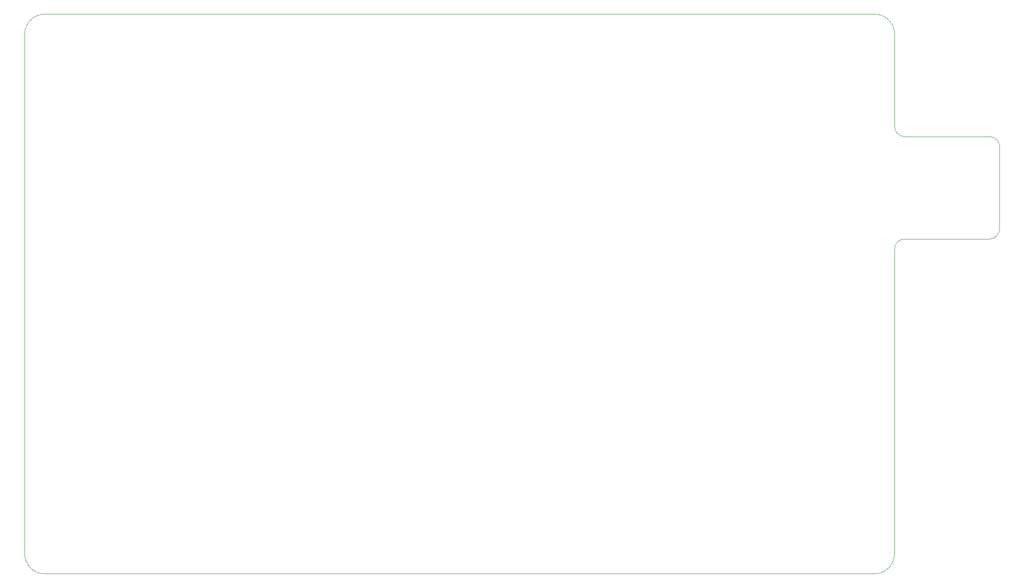
<source format=gbr>
%TF.GenerationSoftware,KiCad,Pcbnew,7.0.1*%
%TF.CreationDate,2023-05-19T12:51:24+02:00*%
%TF.ProjectId,XilinxFPGADevelopmentBoard,58696c69-6e78-4465-9047-41446576656c,rev?*%
%TF.SameCoordinates,Original*%
%TF.FileFunction,Profile,NP*%
%FSLAX46Y46*%
G04 Gerber Fmt 4.6, Leading zero omitted, Abs format (unit mm)*
G04 Created by KiCad (PCBNEW 7.0.1) date 2023-05-19 12:51:24*
%MOMM*%
%LPD*%
G01*
G04 APERTURE LIST*
%TA.AperFunction,Profile*%
%ADD10C,0.100000*%
%TD*%
G04 APERTURE END LIST*
D10*
X245000000Y-72500000D02*
X262000000Y-72500000D01*
X239000000Y-160000000D02*
G75*
G03*
X243000000Y-156000000I0J4000000D01*
G01*
X69000000Y-156000000D02*
G75*
G03*
X73000000Y-160000000I4000000J0D01*
G01*
X264000000Y-91000000D02*
X264000000Y-74500000D01*
X262000000Y-93000000D02*
G75*
G03*
X264000000Y-91000000I0J2000000D01*
G01*
X239000000Y-160000000D02*
X73000000Y-160000000D01*
X243000000Y-70500000D02*
G75*
G03*
X245000000Y-72500000I2000000J0D01*
G01*
X73000000Y-48000000D02*
G75*
G03*
X69000000Y-52000000I0J-4000000D01*
G01*
X73000000Y-48000000D02*
X239000000Y-48000000D01*
X245000000Y-93000000D02*
G75*
G03*
X243000000Y-95000000I0J-2000000D01*
G01*
X69000000Y-156000000D02*
X69000000Y-52000000D01*
X243000000Y-95000000D02*
X243000000Y-156000000D01*
X264000000Y-74500000D02*
G75*
G03*
X262000000Y-72500000I-2000000J0D01*
G01*
X243000000Y-52000000D02*
G75*
G03*
X239000000Y-48000000I-4000000J0D01*
G01*
X245000000Y-93000000D02*
X262000000Y-93000000D01*
X243000000Y-52000000D02*
X243000000Y-70500000D01*
M02*

</source>
